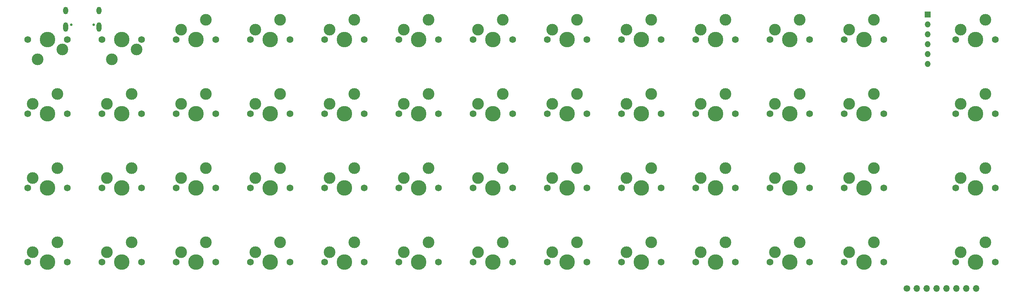
<source format=gbr>
%TF.GenerationSoftware,KiCad,Pcbnew,7.0.1-0*%
%TF.CreationDate,2023-04-12T11:52:18-05:00*%
%TF.ProjectId,pcb,7063622e-6b69-4636-9164-5f7063625858,rev?*%
%TF.SameCoordinates,Original*%
%TF.FileFunction,Soldermask,Top*%
%TF.FilePolarity,Negative*%
%FSLAX46Y46*%
G04 Gerber Fmt 4.6, Leading zero omitted, Abs format (unit mm)*
G04 Created by KiCad (PCBNEW 7.0.1-0) date 2023-04-12 11:52:18*
%MOMM*%
%LPD*%
G01*
G04 APERTURE LIST*
%ADD10C,1.750000*%
%ADD11C,3.000000*%
%ADD12C,3.987800*%
%ADD13C,0.650000*%
%ADD14O,1.300000X1.900000*%
%ADD15O,1.300000X2.400000*%
%ADD16C,1.700000*%
%ADD17O,1.700000X1.700000*%
%ADD18O,1.524000X1.524000*%
%ADD19R,1.524000X1.524000*%
G04 APERTURE END LIST*
D10*
%TO.C,MX42*%
X67548186Y-86915698D03*
D11*
X68818186Y-84375698D03*
D12*
X72628186Y-86915698D03*
D11*
X75168186Y-81835698D03*
D10*
X77708186Y-86915698D03*
%TD*%
%TO.C,MX9*%
X181848282Y-29765650D03*
D11*
X183118282Y-27225650D03*
D12*
X186928282Y-29765650D03*
D11*
X189468282Y-24685650D03*
D10*
X192008282Y-29765650D03*
%TD*%
%TO.C,MX3*%
X67548186Y-29765650D03*
D11*
X68818186Y-27225650D03*
D12*
X72628186Y-29765650D03*
D11*
X75168186Y-24685650D03*
D10*
X77708186Y-29765650D03*
%TD*%
%TO.C,MX41*%
X48498170Y-86915698D03*
D11*
X49768170Y-84375698D03*
D12*
X53578170Y-86915698D03*
D11*
X56118170Y-81835698D03*
D10*
X58658170Y-86915698D03*
%TD*%
%TO.C,MX25*%
X238998330Y-48815666D03*
D11*
X240268330Y-46275666D03*
D12*
X244078330Y-48815666D03*
D11*
X246618330Y-43735666D03*
D10*
X249158330Y-48815666D03*
%TD*%
%TO.C,MX22*%
X181848282Y-48815666D03*
D11*
X183118282Y-46275666D03*
D12*
X186928282Y-48815666D03*
D11*
X189468282Y-43735666D03*
D10*
X192008282Y-48815666D03*
%TD*%
%TO.C,MX49*%
X200898298Y-86915698D03*
D11*
X202168298Y-84375698D03*
D12*
X205978298Y-86915698D03*
D11*
X208518298Y-81835698D03*
D10*
X211058298Y-86915698D03*
%TD*%
%TO.C,MX10*%
X200898298Y-29765650D03*
D11*
X202168298Y-27225650D03*
D12*
X205978298Y-29765650D03*
D11*
X208518298Y-24685650D03*
D10*
X211058298Y-29765650D03*
%TD*%
%TO.C,MX19*%
X124698234Y-48815666D03*
D11*
X125968234Y-46275666D03*
D12*
X129778234Y-48815666D03*
D11*
X132318234Y-43735666D03*
D10*
X134858234Y-48815666D03*
%TD*%
%TO.C,MX21*%
X162798266Y-48815666D03*
D11*
X164068266Y-46275666D03*
D12*
X167878266Y-48815666D03*
D11*
X170418266Y-43735666D03*
D10*
X172958266Y-48815666D03*
%TD*%
%TO.C,MX16*%
X67548186Y-48815666D03*
D11*
X68818186Y-46275666D03*
D12*
X72628186Y-48815666D03*
D11*
X75168186Y-43735666D03*
D10*
X77708186Y-48815666D03*
%TD*%
%TO.C,MX32*%
X124698234Y-67865682D03*
D11*
X125968234Y-65325682D03*
D12*
X129778234Y-67865682D03*
D11*
X132318234Y-62785682D03*
D10*
X134858234Y-67865682D03*
%TD*%
%TO.C,MX8*%
X162798266Y-29765650D03*
D11*
X164068266Y-27225650D03*
D12*
X167878266Y-29765650D03*
D11*
X170418266Y-24685650D03*
D10*
X172958266Y-29765650D03*
%TD*%
%TO.C,MX33*%
X143748250Y-67865682D03*
D11*
X145018250Y-65325682D03*
D12*
X148828250Y-67865682D03*
D11*
X151368250Y-62785682D03*
D10*
X153908250Y-67865682D03*
%TD*%
%TO.C,MX37*%
X219948314Y-67865682D03*
D11*
X221218314Y-65325682D03*
D12*
X225028314Y-67865682D03*
D11*
X227568314Y-62785682D03*
D10*
X230108314Y-67865682D03*
%TD*%
%TO.C,MX34*%
X162798266Y-67865682D03*
D11*
X164068266Y-65325682D03*
D12*
X167878266Y-67865682D03*
D11*
X170418266Y-62785682D03*
D10*
X172958266Y-67865682D03*
%TD*%
%TO.C,MX28*%
X48498170Y-67865682D03*
D11*
X49768170Y-65325682D03*
D12*
X53578170Y-67865682D03*
D11*
X56118170Y-62785682D03*
D10*
X58658170Y-67865682D03*
%TD*%
%TO.C,MX47*%
X162798266Y-86915698D03*
D11*
X164068266Y-84375698D03*
D12*
X167878266Y-86915698D03*
D11*
X170418266Y-81835698D03*
D10*
X172958266Y-86915698D03*
%TD*%
%TO.C,MX45*%
X124698234Y-86915698D03*
D11*
X125968234Y-84375698D03*
D12*
X129778234Y-86915698D03*
D11*
X132318234Y-81835698D03*
D10*
X134858234Y-86915698D03*
%TD*%
%TO.C,MX4*%
X86598202Y-29765650D03*
D11*
X87868202Y-27225650D03*
D12*
X91678202Y-29765650D03*
D11*
X94218202Y-24685650D03*
D10*
X96758202Y-29765650D03*
%TD*%
%TO.C,MX29*%
X67548186Y-67865682D03*
D11*
X68818186Y-65325682D03*
D12*
X72628186Y-67865682D03*
D11*
X75168186Y-62785682D03*
D10*
X77708186Y-67865682D03*
%TD*%
%TO.C,MX7*%
X143748250Y-29765650D03*
D11*
X145018250Y-27225650D03*
D12*
X148828250Y-29765650D03*
D11*
X151368250Y-24685650D03*
D10*
X153908250Y-29765650D03*
%TD*%
%TO.C,MX18*%
X105648218Y-48815666D03*
D11*
X106918218Y-46275666D03*
D12*
X110728218Y-48815666D03*
D11*
X113268218Y-43735666D03*
D10*
X115808218Y-48815666D03*
%TD*%
%TO.C,MX39*%
X267573354Y-67865682D03*
D11*
X268843354Y-65325682D03*
D12*
X272653354Y-67865682D03*
D11*
X275193354Y-62785682D03*
D10*
X277733354Y-67865682D03*
%TD*%
%TO.C,MX24*%
X219948314Y-48815666D03*
D11*
X221218314Y-46275666D03*
D12*
X225028314Y-48815666D03*
D11*
X227568314Y-43735666D03*
D10*
X230108314Y-48815666D03*
%TD*%
%TO.C,MX43*%
X86598202Y-86915698D03*
D11*
X87868202Y-84375698D03*
D12*
X91678202Y-86915698D03*
D11*
X94218202Y-81835698D03*
D10*
X96758202Y-86915698D03*
%TD*%
%TO.C,MX13*%
X267573354Y-29765650D03*
D11*
X268843354Y-27225650D03*
D12*
X272653354Y-29765650D03*
D11*
X275193354Y-24685650D03*
D10*
X277733354Y-29765650D03*
%TD*%
%TO.C,MX6*%
X124698234Y-29765650D03*
D11*
X125968234Y-27225650D03*
D12*
X129778234Y-29765650D03*
D11*
X132318234Y-24685650D03*
D10*
X134858234Y-29765650D03*
%TD*%
%TO.C,MX36*%
X200898298Y-67865682D03*
D11*
X202168298Y-65325682D03*
D12*
X205978298Y-67865682D03*
D11*
X208518298Y-62785682D03*
D10*
X211058298Y-67865682D03*
%TD*%
%TO.C,MX30*%
X86598202Y-67865682D03*
D11*
X87868202Y-65325682D03*
D12*
X91678202Y-67865682D03*
D11*
X94218202Y-62785682D03*
D10*
X96758202Y-67865682D03*
%TD*%
%TO.C,MX35*%
X181848282Y-67865682D03*
D11*
X183118282Y-65325682D03*
D12*
X186928282Y-67865682D03*
D11*
X189468282Y-62785682D03*
D10*
X192008282Y-67865682D03*
%TD*%
%TO.C,MX15*%
X48498170Y-48815666D03*
D11*
X49768170Y-46275666D03*
D12*
X53578170Y-48815666D03*
D11*
X56118170Y-43735666D03*
D10*
X58658170Y-48815666D03*
%TD*%
%TO.C,MX48*%
X181848282Y-86915698D03*
D11*
X183118282Y-84375698D03*
D12*
X186928282Y-86915698D03*
D11*
X189468282Y-81835698D03*
D10*
X192008282Y-86915698D03*
%TD*%
%TO.C,MX31*%
X105648218Y-67865682D03*
D11*
X106918218Y-65325682D03*
D12*
X110728218Y-67865682D03*
D11*
X113268218Y-62785682D03*
D10*
X115808218Y-67865682D03*
%TD*%
%TO.C,MX17*%
X86598202Y-48815666D03*
D11*
X87868202Y-46275666D03*
D12*
X91678202Y-48815666D03*
D11*
X94218202Y-43735666D03*
D10*
X96758202Y-48815666D03*
%TD*%
%TO.C,MX51*%
X238998330Y-86915698D03*
D11*
X240268330Y-84375698D03*
D12*
X244078330Y-86915698D03*
D11*
X246618330Y-81835698D03*
D10*
X249158330Y-86915698D03*
%TD*%
%TO.C,MX44*%
X105648218Y-86915698D03*
D11*
X106918218Y-84375698D03*
D12*
X110728218Y-86915698D03*
D11*
X113268218Y-81835698D03*
D10*
X115808218Y-86915698D03*
%TD*%
%TO.C,MX27*%
X29448154Y-67865682D03*
D11*
X30718154Y-65325682D03*
D12*
X34528154Y-67865682D03*
D11*
X37068154Y-62785682D03*
D10*
X39608154Y-67865682D03*
%TD*%
%TO.C,MX40*%
X29448154Y-86915698D03*
D11*
X30718154Y-84375698D03*
D12*
X34528154Y-86915698D03*
D11*
X37068154Y-81835698D03*
D10*
X39608154Y-86915698D03*
%TD*%
%TO.C,MX12*%
X238998330Y-29765650D03*
D11*
X240268330Y-27225650D03*
D12*
X244078330Y-29765650D03*
D11*
X246618330Y-24685650D03*
D10*
X249158330Y-29765650D03*
%TD*%
%TO.C,MX11*%
X219948314Y-29765650D03*
D11*
X221218314Y-27225650D03*
D12*
X225028314Y-29765650D03*
D11*
X227568314Y-24685650D03*
D10*
X230108314Y-29765650D03*
%TD*%
%TO.C,MX23*%
X200898298Y-48815666D03*
D11*
X202168298Y-46275666D03*
D12*
X205978298Y-48815666D03*
D11*
X208518298Y-43735666D03*
D10*
X211058298Y-48815666D03*
%TD*%
%TO.C,MX52*%
X267573354Y-86915698D03*
D11*
X268843354Y-84375698D03*
D12*
X272653354Y-86915698D03*
D11*
X275193354Y-81835698D03*
D10*
X277733354Y-86915698D03*
%TD*%
%TO.C,MX2*%
X58658170Y-29765650D03*
D11*
X57388170Y-32305650D03*
D12*
X53578170Y-29765650D03*
D11*
X51038170Y-34845650D03*
D10*
X48498170Y-29765650D03*
%TD*%
%TO.C,MX50*%
X219948314Y-86915698D03*
D11*
X221218314Y-84375698D03*
D12*
X225028314Y-86915698D03*
D11*
X227568314Y-81835698D03*
D10*
X230108314Y-86915698D03*
%TD*%
%TO.C,MX20*%
X143748250Y-48815666D03*
D11*
X145018250Y-46275666D03*
D12*
X148828250Y-48815666D03*
D11*
X151368250Y-43735666D03*
D10*
X153908250Y-48815666D03*
%TD*%
%TO.C,MX26*%
X267573354Y-48815666D03*
D11*
X268843354Y-46275666D03*
D12*
X272653354Y-48815666D03*
D11*
X275193354Y-43735666D03*
D10*
X277733354Y-48815666D03*
%TD*%
%TO.C,MX1*%
X39608154Y-29765650D03*
D11*
X38338154Y-32305650D03*
D12*
X34528154Y-29765650D03*
D11*
X31988154Y-34845650D03*
D10*
X29448154Y-29765650D03*
%TD*%
%TO.C,MX38*%
X238998330Y-67865682D03*
D11*
X240268330Y-65325682D03*
D12*
X244078330Y-67865682D03*
D11*
X246618330Y-62785682D03*
D10*
X249158330Y-67865682D03*
%TD*%
%TO.C,MX5*%
X105648218Y-29765650D03*
D11*
X106918218Y-27225650D03*
D12*
X110728218Y-29765650D03*
D11*
X113268218Y-24685650D03*
D10*
X115808218Y-29765650D03*
%TD*%
%TO.C,MX46*%
X143748250Y-86915698D03*
D11*
X145018250Y-84375698D03*
D12*
X148828250Y-86915698D03*
D11*
X151368250Y-81835698D03*
D10*
X153908250Y-86915698D03*
%TD*%
%TO.C,MX14*%
X29448154Y-48815666D03*
D11*
X30718154Y-46275666D03*
D12*
X34528154Y-48815666D03*
D11*
X37068154Y-43735666D03*
D10*
X39608154Y-48815666D03*
%TD*%
D13*
%TO.C,J1*%
X40567849Y-26013085D03*
X46347849Y-26013085D03*
D14*
X39157849Y-22364085D03*
D15*
X39157849Y-26564085D03*
D14*
X47757849Y-22364085D03*
D15*
X47757849Y-26564085D03*
%TD*%
D16*
%TO.C,J5*%
X255075000Y-93750000D03*
D17*
X257615000Y-93750000D03*
X260155000Y-93750000D03*
X262695000Y-93750000D03*
X265235000Y-93750000D03*
X267775000Y-93750000D03*
X270315000Y-93750000D03*
X272855000Y-93750000D03*
%TD*%
D18*
%TO.C,J2*%
X260375000Y-36050000D03*
X260375000Y-25890000D03*
X260375000Y-30970000D03*
X260375000Y-33510000D03*
X260375000Y-28430000D03*
D19*
X260375000Y-23350000D03*
%TD*%
M02*

</source>
